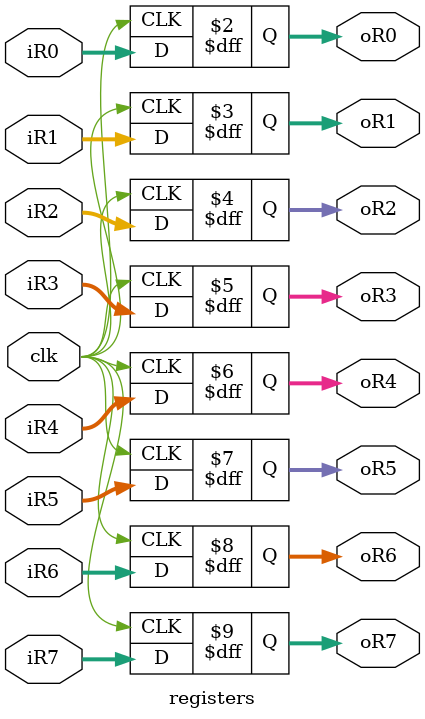
<source format=v>

module regFile (
    input clk,
    input [15:0]  inputData,
    input [ 2:0]  DR, SR1, SR2,
    output [15:0]  outputData
);

    // declare registers, writeEnable, initiate to 0
    // TODO: initiate readVector
    reg [15:0] R0, R1, R2, R3, R4, R5, R6, R7;
    reg [7:0] writeEnable;
    reg [7:0] readEnable;

    initial begin
        {R0,R1,R2,R3,R4,R5,R6,R7} = 16'b0;
        writeEnable = 0;
    end

    // convert DR, SR1, SR2 to writeEnable, readVector
    integer tempDR, tempSR1, tempSR2;
    assign writeEnable[temp] = 1;

    always @(DR, SR1, SR2)
    begin
        tempDR = DR;
        tempSR1 = SR1;
        tempSR2 = SR2;
    end

    // TODO: fix this
    always @(posedge clk)
    begin
        in_select <= write_reg;
        write[in_select] <= 1;
        $display("WRITE_REG: %d", write_reg);
        $display("IN_SELECT: %d", in_select);

        case (out_select)
            3'h0    :   outreg = R0;
            3'h1    :   outreg = R1;
            3'h2    :   outreg = R2;
            3'h3    :   outreg = R3;
            3'h4    :   outreg = R4;
            3'h5    :   outreg = R5;
            3'h6    :   outreg = R6;
            3'h7    :   outreg = R7;
            default :   outreg = 0;
        endcase

//        $display("WRITEENABLE: %d %d %d %d %d %d %d %d", write[0], write[1], write[2], write[3], write[4], write[5], write[6], write[7]);

        R0 <= write[0]? indata : R0;
        R1 <= write[1]? indata : R1;
        R2 <= write[2]? indata : R2;
        R3 <= write[3]? indata : R3;
        R4 <= write[4]? indata : R4;
        R5 <= write[5]? indata : R5;
        R6 <= write[6]? indata : R6;
        R7 <= write[7]? indata : R7;

        // reset write
        write = 0;

//        $display("Data written");
    end
endmodule

module registers (
    input   clk,
    input   [15:0] iR0, iR1, iR2, iR3, iR4, iR5, iR6, iR7,
    output  [15:0] oR0, oR1, oR2, oR3, oR4, oR5, oR6, oR7
);
    always @(posedge clk)
    begin
        oR0 <= iR0;
        oR1 <= iR1;
        oR2 <= iR2;
        oR3 <= iR3;
        oR4 <= iR4;
        oR5 <= iR5;
        oR6 <= iR6;
        oR7 <= iR7;
    end
endmodule

</source>
